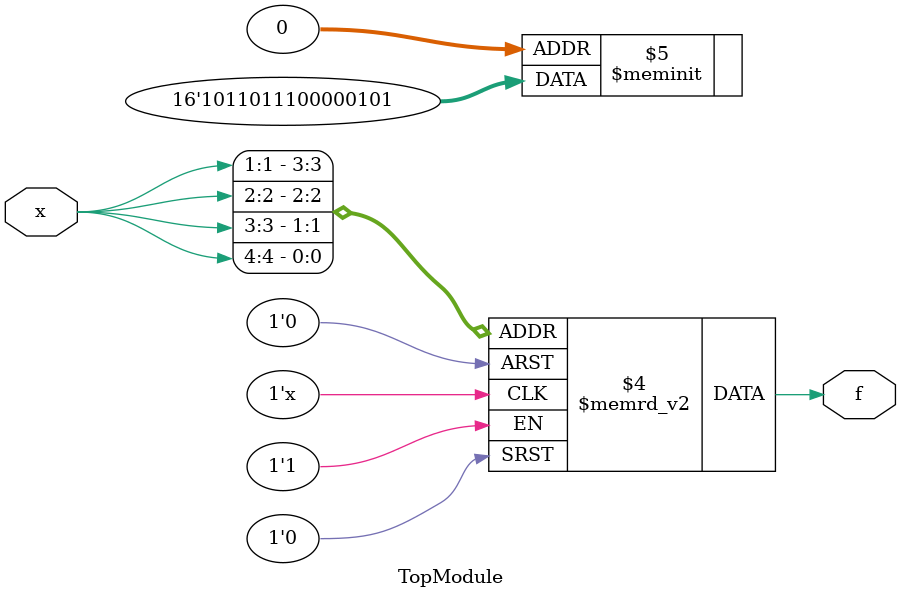
<source format=sv>

module TopModule (
  input [4:1] x,
  output logic f
);
always @(*) begin
    case ({x[1], x[2], x[3], x[4]})
        4'b0000: f = 1'b1;
        4'b0001: f = 1'b0;
        4'b0011: f = 1'b0;
        4'b0010: f = 1'b1;
        4'b0100: f = 1'b0;
        4'b0101: f = 1'b0;
        4'b0111: f = 1'b0;
        4'b0110: f = 1'b0;
        4'b1100: f = 1'b1;
        4'b1101: f = 1'b1;
        4'b1111: f = 1'b1;
        4'b1110: f = 1'b0;
        4'b1000: f = 1'b1;
        4'b1001: f = 1'b1;
        4'b1011: f = 1'b0;
        4'b1010: f = 1'b1;
        default: f = 1'b0;
    endcase
end
endmodule

</source>
